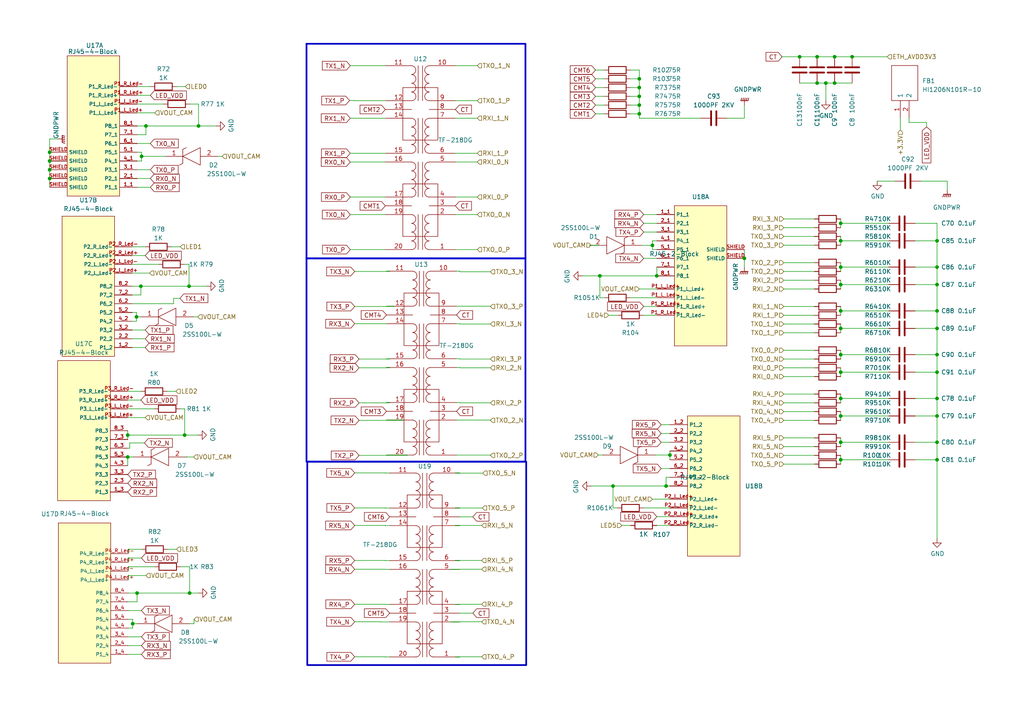
<source format=kicad_sch>
(kicad_sch (version 20231120) (generator "eeschema") (generator_version "8.0")
  (paper "A4")
  (junction (at 243.84 120.65))
  (junction (at 271.78 120.65))
  (junction (at 185.42 33.02))
  (junction (at 185.42 25.4))
  (junction (at 243.84 82.55))
  (junction (at 271.78 102.87))
  (junction (at 37.0498 132.5455))
  (junction (at 271.78 133.35))
  (junction (at 40.8598 83.0155))
  (junction (at 243.84 64.77))
  (junction (at 243.84 77.47))
  (junction (at 57.5777 36.5343))
  (junction (at 271.78 82.55))
  (junction (at 243.84 95.25))
  (junction (at 242.0768 16.4702))
  (junction (at 42.3377 36.5343))
  (junction (at 185.42 30.48))
  (junction (at 194.31 131.9754))
  (junction (at 54.8298 83.0155))
  (junction (at 173.99 80.01))
  (junction (at 242.0768 24.0902))
  (junction (at 243.84 128.27))
  (junction (at 243.84 102.87))
  (junction (at 271.78 107.95))
  (junction (at 39.7562 172.0096))
  (junction (at 190.5 80.01))
  (junction (at 243.84 133.35))
  (junction (at 39.5898 91.9055))
  (junction (at 236.9968 24.0902))
  (junction (at 236.9968 16.4702))
  (junction (at 243.84 107.95))
  (junction (at 247.1568 16.4702))
  (junction (at 14.3977 51.7743))
  (junction (at 177.8 140.97))
  (junction (at 38.4862 180.8996))
  (junction (at 14.3977 49.2343))
  (junction (at 41.0677 45.3524))
  (junction (at 271.78 115.57))
  (junction (at 239.5368 24.0902))
  (junction (at 243.84 90.17))
  (junction (at 271.78 90.17))
  (junction (at 271.78 95.25))
  (junction (at 243.84 115.57))
  (junction (at 14.3977 44.1543))
  (junction (at 53.5598 126.1955))
  (junction (at 271.78 128.27))
  (junction (at 215.9 74.93))
  (junction (at 271.78 77.47))
  (junction (at 14.3977 46.6943))
  (junction (at 189.23 71.1611))
  (junction (at 243.84 69.85))
  (junction (at 54.9962 172.0096))
  (junction (at 271.78 69.85))
  (junction (at 185.42 27.94))
  (junction (at 185.42 22.86))
  (junction (at 193.193 140.97))
  (junction (at 231.9168 16.4702))
  (junction (at 37.0498 126.1955))
  (wire (pts (xy 243.84 90.17) (xy 257.81 90.17)))
  (wire (pts (xy 104.14 106.68) (xy 113.03 106.68)))
  (wire (pts (xy 101.6 62.23) (xy 111.76 62.23)))
  (wire (pts (xy 54.9962 164.3896) (xy 52.4562 164.3896)))
  (wire (pts (xy 236.22 96.52) (xy 227.33 96.52)))
  (wire (pts (xy 38.4862 180.8996) (xy 39.7562 180.8996)))
  (wire (pts (xy 57.5362 172.0096) (xy 54.9962 172.0096)))
  (wire (pts (xy 142.24 132.08) (xy 142.24 131.9931)))
  (wire (pts (xy 182.88 152.4) (xy 180.34 152.4)))
  (wire (pts (xy 236.22 129.54) (xy 227.33 129.54)))
  (wire (pts (xy 243.84 64.77) (xy 243.84 66.04)))
  (wire (pts (xy 236.22 101.6) (xy 227.33 101.6)))
  (wire (pts (xy 186.69 91.44) (xy 190.5 91.44)))
  (wire (pts (xy 40.8598 83.0155) (xy 38.3198 83.0155)))
  (wire (pts (xy 179.07 91.44) (xy 176.53 91.44)))
  (wire (pts (xy 116.84 121.8331) (xy 112.093 121.8331)))
  (wire (pts (xy 113.03 104.14) (xy 113.03 104.0531)))
  (wire (pts (xy 243.84 107.95) (xy 257.81 107.95)))
  (wire (pts (xy 118.11 132.08) (xy 118.11 131.9931)))
  (wire (pts (xy 38.3198 79.2055) (xy 43.3998 79.2055)))
  (wire (pts (xy 243.84 127) (xy 243.84 128.27)))
  (wire (pts (xy 132.08 190.5) (xy 132.08 190.5412)))
  (wire (pts (xy 38.7525 132.55) (xy 38.2445 132.55)))
  (wire (pts (xy 243.84 119.38) (xy 243.84 120.65)))
  (wire (pts (xy 132.08 162.6012) (xy 133.3389 162.6012)))
  (wire (pts (xy 236.22 106.68) (xy 227.33 106.68)))
  (wire (pts (xy 43.6077 54.3143) (xy 39.7977 54.3143)))
  (wire (pts (xy 226.8368 16.4702) (xy 231.9168 16.4702)))
  (wire (pts (xy 101.3778 29.1519) (xy 102.6478 29.1519)))
  (wire (pts (xy 138.43 29.21) (xy 132.08 29.21)))
  (wire (pts (xy 242.0768 24.0902) (xy 247.1568 24.0902)))
  (wire (pts (xy 142.24 106.68) (xy 133.35 106.68)))
  (wire (pts (xy 39.7562 172.0096) (xy 39.7562 174.5496)))
  (wire (pts (xy 236.22 121.92) (xy 227.33 121.92)))
  (wire (pts (xy 138.43 72.39) (xy 132.08 72.39)))
  (wire (pts (xy 41.0677 44.1543) (xy 41.0677 45.3524)))
  (wire (pts (xy 132.413 121.8331) (xy 142.24 121.8331)))
  (wire (pts (xy 243.84 101.6) (xy 243.84 102.87)))
  (wire (pts (xy 185.42 20.32) (xy 182.88 20.32)))
  (wire (pts (xy 215.9 34.29) (xy 215.9 30.48)))
  (wire (pts (xy 243.84 115.57) (xy 243.84 116.84)))
  (wire (pts (xy 271.78 77.47) (xy 271.78 82.55)))
  (wire (pts (xy 57.5777 30.1843) (xy 55.0377 30.1843)))
  (wire (pts (xy 38.3198 76.6655) (xy 45.9398 76.6655)))
  (wire (pts (xy 133.35 78.8269) (xy 133.35 78.6531)))
  (wire (pts (xy 54.9962 180.8996) (xy 56.2662 180.8996)))
  (wire (pts (xy 41.0262 161.8496) (xy 37.2162 161.8496)))
  (wire (pts (xy 104.14 104.14) (xy 113.03 104.14)))
  (wire (pts (xy 194.31 131.9754) (xy 194.31 133.35)))
  (wire (pts (xy 265.43 133.35) (xy 271.78 133.35)))
  (wire (pts (xy 130.81 165.1412) (xy 133.3389 165.1412)))
  (wire (pts (xy 102.87 88.9) (xy 114.3 88.9)))
  (wire (pts (xy 190.5 149.86) (xy 194.31 149.86)))
  (wire (pts (xy 138.43 62.23) (xy 132.08 62.23)))
  (wire (pts (xy 16.7685 40.2947) (xy 14.3977 40.2947)))
  (wire (pts (xy 271.78 102.87) (xy 271.78 107.95)))
  (wire (pts (xy 132.08 137.2012) (xy 133.3389 137.2012)))
  (wire (pts (xy 133.35 116.7531) (xy 132.413 116.7531)))
  (wire (pts (xy 40.8598 116.0355) (xy 37.0498 116.0355)))
  (wire (pts (xy 14.3977 46.6943) (xy 14.3977 49.2343)))
  (wire (pts (xy 37.0498 118.5755) (xy 44.6698 118.5755)))
  (wire (pts (xy 14.3977 44.1543) (xy 14.3977 46.6943)))
  (wire (pts (xy 190.5 77.47) (xy 190.5 80.01)))
  (wire (pts (xy 236.22 134.62) (xy 227.33 134.62)))
  (wire (pts (xy 186.69 64.77) (xy 190.5 64.77)))
  (wire (pts (xy 191.77 128.27) (xy 194.31 128.27)))
  (wire (pts (xy 274.743 55.0829) (xy 274.743 52.5429)))
  (wire (pts (xy 243.84 133.35) (xy 243.84 134.62)))
  (wire (pts (xy 268.7468 35.5202) (xy 263.6668 35.5202)))
  (wire (pts (xy 261.1399 37.7264) (xy 261.1399 36.4112)))
  (wire (pts (xy 243.84 82.55) (xy 243.84 83.82)))
  (wire (pts (xy 236.22 93.98) (xy 227.33 93.98)))
  (wire (pts (xy 236.22 104.14) (xy 227.33 104.14)))
  (wire (pts (xy 139.8948 147.344) (xy 132.08 147.344)))
  (wire (pts (xy 243.84 102.87) (xy 257.81 102.87)))
  (wire (pts (xy 38.2445 132.55) (xy 38.2445 132.5455)))
  (wire (pts (xy 111.76 137.2012) (xy 113.0189 137.2012)))
  (wire (pts (xy 133.35 93.8931) (xy 132.413 93.8931)))
  (wire (pts (xy 37.0498 126.1955) (xy 53.5598 126.1955)))
  (wire (pts (xy 138.43 46.99) (xy 132.08 46.99)))
  (wire (pts (xy 271.78 69.85) (xy 271.78 77.47)))
  (wire (pts (xy 236.22 76.2) (xy 227.33 76.2)))
  (wire (pts (xy 42.1298 100.7955) (xy 38.3198 100.7955)))
  (wire (pts (xy 242.0768 16.4702) (xy 247.1568 16.4702)))
  (wire (pts (xy 236.22 71.12) (xy 227.33 71.12)))
  (wire (pts (xy 110.49 180.34) (xy 110.49 180.3812)))
  (wire (pts (xy 39.5898 91.9055) (xy 39.5898 93.1755)))
  (wire (pts (xy 172.72 20.32) (xy 175.26 20.32)))
  (wire (pts (xy 54.9962 164.3896) (xy 54.9962 172.0096)))
  (wire (pts (xy 142.24 121.8331) (xy 142.24 121.92)))
  (wire (pts (xy 54.2465 132.5455) (xy 56.1634 132.5455)))
  (wire (pts (xy 111.76 175.26) (xy 111.76 175.3012)))
  (wire (pts (xy 37.6211 130.0055) (xy 37.0498 130.0055)))
  (wire (pts (xy 102.87 137.16) (xy 111.76 137.16)))
  (wire (pts (xy 41.0262 159.3096) (xy 37.2162 159.3096)))
  (wire (pts (xy 139.7 190.5) (xy 132.08 190.5)))
  (wire (pts (xy 102.87 78.74) (xy 113.03 78.74)))
  (wire (pts (xy 42.1298 74.1255) (xy 38.3198 74.1255)))
  (wire (pts (xy 236.22 127) (xy 227.33 127)))
  (wire (pts (xy 172.72 33.02) (xy 175.26 33.02)))
  (wire (pts (xy 186.69 88.9) (xy 190.5 88.9)))
  (wire (pts (xy 41.0677 45.3524) (xy 47.9339 45.3524)))
  (wire (pts (xy 57.3698 126.1955) (xy 53.5598 126.1955)))
  (wire (pts (xy 137.1489 177.8412) (xy 133.3389 177.8412)))
  (wire (pts (xy 236.22 132.08) (xy 227.33 132.08)))
  (wire (pts (xy 231.9168 16.4702) (xy 236.9968 16.4702)))
  (wire (pts (xy 102.6478 29.21) (xy 111.76 29.21)))
  (wire (pts (xy 271.78 133.35) (xy 271.78 128.27)))
  (wire (pts (xy 172.72 30.48) (xy 175.26 30.48)))
  (wire (pts (xy 189.23 69.85) (xy 190.5 69.85)))
  (wire (pts (xy 39.7562 174.5496) (xy 37.2162 174.5496)))
  (wire (pts (xy 271.78 120.65) (xy 271.78 115.57)))
  (wire (pts (xy 43.6077 49.2343) (xy 39.7977 49.2343)))
  (wire (pts (xy 111.76 190.5412) (xy 113.0189 190.5412)))
  (wire (pts (xy 271.78 102.87) (xy 265.43 102.87)))
  (wire (pts (xy 133.35 116.84) (xy 133.35 116.7531)))
  (wire (pts (xy 63.1739 45.3524) (xy 64.4439 45.3524)))
  (wire (pts (xy 239.5368 24.0902) (xy 242.0768 24.0902)))
  (wire (pts (xy 271.78 120.65) (xy 265.43 120.65)))
  (wire (pts (xy 174.8078 131.9754) (xy 173.5378 131.9754)))
  (wire (pts (xy 140.0315 137.225) (xy 132.08 137.225)))
  (wire (pts (xy 243.84 63.5) (xy 243.84 64.77)))
  (wire (pts (xy 113.03 116.7531) (xy 112.093 116.7531)))
  (wire (pts (xy 42.1298 98.2555) (xy 38.3198 98.2555)))
  (wire (pts (xy 173.99 86.36) (xy 175.26 86.36)))
  (wire (pts (xy 243.84 69.85) (xy 257.81 69.85)))
  (wire (pts (xy 102.87 165.1) (xy 111.76 165.1)))
  (wire (pts (xy 133.35 104.14) (xy 133.35 104.0531)))
  (wire (pts (xy 193.193 138.43) (xy 193.193 140.97)))
  (wire (pts (xy 185.42 34.29) (xy 185.42 33.02)))
  (wire (pts (xy 37.2162 161.8496) (xy 37.2162 163.1196)))
  (wire (pts (xy 42.1298 95.7155) (xy 38.3198 95.7155)))
  (wire (pts (xy 114.3 88.9) (xy 114.3 88.8131)))
  (wire (pts (xy 54.8298 76.6655) (xy 53.5598 76.6655)))
  (wire (pts (xy 111.76 190.5) (xy 111.76 190.5412)))
  (wire (pts (xy 56.2662 180.8996) (xy 56.2662 179.6296)))
  (wire (pts (xy 42.1298 71.5855) (xy 38.3198 71.5855)))
  (wire (pts (xy 39.5898 93.1755) (xy 38.3198 93.1755)))
  (wire (pts (xy 54.2465 132.55) (xy 54.2465 132.5455)))
  (wire (pts (xy 52.1843 86.523) (xy 50.3543 86.523)))
  (wire (pts (xy 43.6077 25.1043) (xy 39.7977 25.1043)))
  (wire (pts (xy 243.84 77.47) (xy 257.81 77.47)))
  (wire (pts (xy 40.8598 83.0155) (xy 40.8598 85.5555)))
  (wire (pts (xy 194.31 147.32) (xy 186.69 147.32)))
  (wire (pts (xy 271.78 64.77) (xy 265.43 64.77)))
  (wire (pts (xy 40.8598 85.5555) (xy 38.3198 85.5555)))
  (wire (pts (xy 110.49 180.3812) (xy 113.0189 180.3812)))
  (wire (pts (xy 271.78 107.95) (xy 265.43 107.95)))
  (wire (pts (xy 50.3543 88.0955) (xy 38.3198 88.0955)))
  (wire (pts (xy 243.84 81.28) (xy 243.84 82.55)))
  (wire (pts (xy 194.31 138.43) (xy 193.193 138.43)))
  (wire (pts (xy 133.35 106.68) (xy 133.35 106.5931)))
  (wire (pts (xy 53.5598 118.5755) (xy 52.2898 118.5755)))
  (wire (pts (xy 49.7498 71.5855) (xy 52.2898 71.5855)))
  (wire (pts (xy 42.3377 36.5343) (xy 39.7977 36.5343)))
  (wire (pts (xy 138.43 44.45) (xy 132.08 44.45)))
  (wire (pts (xy 243.84 64.77) (xy 257.81 64.77)))
  (wire (pts (xy 185.42 22.86) (xy 182.88 22.86)))
  (wire (pts (xy 111.76 175.3012) (xy 113.0189 175.3012)))
  (wire (pts (xy 271.78 82.55) (xy 265.43 82.55)))
  (wire (pts (xy 132.08 147.344) (xy 132.08 147.3612)))
  (wire (pts (xy 236.22 116.84) (xy 227.33 116.84)))
  (wire (pts (xy 113.03 78.74) (xy 113.03 78.6531)))
  (wire (pts (xy 111.76 137.16) (xy 111.76 137.2012)))
  (wire (pts (xy 104.14 116.84) (xy 113.03 116.84)))
  (wire (pts (xy 38.4862 180.8996) (xy 38.4862 182.1696)))
  (wire (pts (xy 111.76 152.4412) (xy 113.0189 152.4412)))
  (wire (pts (xy 236.22 78.74) (xy 227.33 78.74)))
  (wire (pts (xy 101.6 44.45) (xy 111.76 44.45)))
  (wire (pts (xy 41.0677 46.6943) (xy 39.7977 46.6943)))
  (wire (pts (xy 271.78 95.25) (xy 271.78 102.87)))
  (wire (pts (xy 42.3377 39.0743) (xy 39.7977 39.0743)))
  (wire (pts (xy 271.78 90.17) (xy 265.43 90.17)))
  (wire (pts (xy 137.1489 149.9012) (xy 133.3389 149.9012)))
  (wire (pts (xy 194.31 130.81) (xy 194.31 131.9754)))
  (wire (pts (xy 194.31 144.78) (xy 189.23 144.78)))
  (wire (pts (xy 132.08 175.26) (xy 132.08 175.3012)))
  (wire (pts (xy 243.84 128.27) (xy 243.84 129.54)))
  (wire (pts (xy 168.91 80.01) (xy 173.99 80.01)))
  (wire (pts (xy 53.9925 132.55) (xy 54.2465 132.55)))
  (wire (pts (xy 41.888 128.4713) (xy 37.6211 128.4713)))
  (wire (pts (xy 243.84 120.65) (xy 257.81 120.65)))
  (wire (pts (xy 191.77 125.73) (xy 194.31 125.73)))
  (wire (pts (xy 271.78 156.21) (xy 271.78 133.35)))
  (wire (pts (xy 130.81 180.3812) (xy 133.3389 180.3812)))
  (wire (pts (xy 37.0498 124.9255) (xy 37.0498 126.1955)))
  (wire (pts (xy 185.42 27.94) (xy 182.88 27.94)))
  (wire (pts (xy 113.03 106.5931) (xy 112.093 106.5931)))
  (wire (pts (xy 142.24 78.8269) (xy 133.35 78.8269)))
  (wire (pts (xy 113.03 106.68) (xy 113.03 106.5931)))
  (wire (pts (xy 139.7 180.34) (xy 130.81 180.34)))
  (wire (pts (xy 271.78 95.25) (xy 265.43 95.25)))
  (wire (pts (xy 14.3977 51.7743) (xy 14.3977 54.3143)))
  (wire (pts (xy 39.7977 30.1843) (xy 47.4177 30.1843)))
  (wire (pts (xy 236.22 119.38) (xy 227.33 119.38)))
  (wire (pts (xy 190.5 80.01) (xy 173.99 80.01)))
  (wire (pts (xy 104.14 132.08) (xy 118.11 132.08)))
  (wire (pts (xy 139.7 175.26) (xy 132.08 175.26)))
  (wire (pts (xy 185.42 25.4) (xy 185.42 27.94)))
  (wire (pts (xy 257.3168 16.4702) (xy 247.1568 16.4702)))
  (wire (pts (xy 37.2162 179.6296) (xy 38.4862 179.6296)))
  (wire (pts (xy 236.9968 16.4702) (xy 242.0768 16.4702)))
  (wire (pts (xy 271.78 69.85) (xy 265.43 69.85)))
  (wire (pts (xy 37.2162 166.9296) (xy 37.2162 168.1996)))
  (wire (pts (xy 37.0498 132.5455) (xy 37.0498 135.0855)))
  (wire (pts (xy 172.72 27.94) (xy 175.26 27.94)))
  (wire (pts (xy 243.84 132.08) (xy 243.84 133.35)))
  (wire (pts (xy 271.78 77.47) (xy 265.43 77.47)))
  (wire (pts (xy 190.5 86.36) (xy 182.88 86.36)))
  (wire (pts (xy 191.77 135.89) (xy 194.31 135.89)))
  (wire (pts (xy 111.76 165.1412) (xy 113.0189 165.1412)))
  (wire (pts (xy 102.87 190.5) (xy 111.76 190.5)))
  (wire (pts (xy 243.84 77.47) (xy 243.84 78.74)))
  (wire (pts (xy 37.6211 128.4713) (xy 37.6211 130.0055)))
  (wire (pts (xy 243.84 120.65) (xy 243.84 121.92)))
  (wire (pts (xy 186.69 67.31) (xy 190.5 67.31)))
  (wire (pts (xy 50.3543 86.523) (xy 50.3543 88.0955)))
  (wire (pts (xy 111.76 147.32) (xy 111.76 147.3612)))
  (wire (pts (xy 101.6 19.05) (xy 111.76 19.05)))
  (wire (pts (xy 48.6462 159.3096) (xy 51.1862 159.3096)))
  (wire (pts (xy 185.42 20.32) (xy 185.42 22.86)))
  (wire (pts (xy 37.2162 164.3896) (xy 44.8362 164.3896)))
  (wire (pts (xy 185.42 33.02) (xy 182.88 33.02)))
  (wire (pts (xy 193.193 140.97) (xy 177.8 140.97)))
  (wire (pts (xy 177.8 147.32) (xy 177.8 140.97)))
  (wire (pts (xy 132.413 131.9931) (xy 142.24 131.9931)))
  (wire (pts (xy 194.31 140.97) (xy 193.193 140.97)))
  (wire (pts (xy 243.84 95.25) (xy 243.84 96.52)))
  (wire (pts (xy 101.6 46.99) (xy 111.76 46.99)))
  (wire (pts (xy 185.42 30.48) (xy 185.42 27.94)))
  (wire (pts (xy 261.1399 36.4112) (xy 261.1268 36.4112)))
  (wire (pts (xy 111.76 162.6012) (xy 113.0189 162.6012)))
  (wire (pts (xy 133.35 106.5931) (xy 132.413 106.5931)))
  (wire (pts (xy 189.23 72.39) (xy 189.23 71.1611)))
  (wire (pts (xy 39.7562 172.0096) (xy 37.2162 172.0096)))
  (wire (pts (xy 57.5777 30.1843) (xy 57.5777 36.5343)))
  (wire (pts (xy 263.6668 35.5202) (xy 263.6668 34.2502)))
  (wire (pts (xy 186.69 62.23) (xy 190.5 62.23)))
  (wire (pts (xy 43.6077 41.6143) (xy 39.7977 41.6143)))
  (wire (pts (xy 243.84 106.68) (xy 243.84 107.95)))
  (wire (pts (xy 37.2162 164.3896) (xy 37.2162 165.6596)))
  (wire (pts (xy 102.6478 29.1519) (xy 102.6478 29.21)))
  (wire (pts (xy 132.08 190.5412) (xy 133.3389 190.5412)))
  (wire (pts (xy 39.5898 91.9055) (xy 40.8598 91.9055)))
  (wire (pts (xy 116.84 121.92) (xy 116.84 121.8331)))
  (wire (pts (xy 101.6 34.29) (xy 111.76 34.29)))
  (wire (pts (xy 236.22 68.58) (xy 227.33 68.58)))
  (wire (pts (xy 37.2162 166.9296) (xy 42.2962 166.9296)))
  (wire (pts (xy 261.1268 36.4112) (xy 261.1268 34.2502)))
  (wire (pts (xy 271.78 64.77) (xy 271.78 69.85)))
  (wire (pts (xy 132.08 175.3012) (xy 133.3389 175.3012)))
  (wire (pts (xy 236.22 88.9) (xy 227.33 88.9)))
  (wire (pts (xy 236.22 114.3) (xy 227.33 114.3)))
  (wire (pts (xy 171.45 140.97) (xy 177.8 140.97)))
  (wire (pts (xy 102.87 180.34) (xy 110.49 180.34)))
  (wire (pts (xy 271.78 115.57) (xy 265.43 115.57)))
  (wire (pts (xy 173.99 86.36) (xy 173.99 80.01)))
  (wire (pts (xy 236.22 63.5) (xy 227.33 63.5)))
  (wire (pts (xy 48.4798 113.4955) (xy 51.0198 113.4955)))
  (wire (pts (xy 189.23 69.85) (xy 189.23 71.1611)))
  (wire (pts (xy 56.0998 91.9055) (xy 57.3698 91.9055)))
  (wire (pts (xy 113.03 78.6531) (xy 112.093 78.6531)))
  (wire (pts (xy 38.4862 179.6296) (xy 38.4862 180.8996)))
  (wire (pts (xy 57.5777 36.5343) (xy 42.3377 36.5343)))
  (wire (pts (xy 243.84 102.87) (xy 243.84 104.14)))
  (wire (pts (xy 132.08 162.56) (xy 132.08 162.6012)))
  (wire (pts (xy 236.22 66.04) (xy 227.33 66.04)))
  (wire (pts (xy 37.0498 132.5455) (xy 38.2445 132.5455)))
  (wire (pts (xy 102.87 147.32) (xy 111.76 147.32)))
  (wire (pts (xy 54.8298 83.0155) (xy 59.9098 83.0155)))
  (wire (pts (xy 170.9011 71.1611) (xy 173.736 71.1611)))
  (wire (pts (xy 133.35 93.98) (xy 133.35 93.8931)))
  (wire (pts (xy 102.87 152.4) (xy 111.76 152.4)))
  (wire (pts (xy 236.22 109.22) (xy 227.33 109.22)))
  (wire (pts (xy 172.72 22.86) (xy 175.26 22.86)))
  (wire (pts (xy 186.69 74.93) (xy 190.5 74.93)))
  (wire (pts (xy 271.78 90.17) (xy 271.78 95.25)))
  (wire (pts (xy 118.11 131.9931) (xy 112.093 131.9931)))
  (wire (pts (xy 138.43 19.05) (xy 132.08 19.05)))
  (wire (pts (xy 102.8776 93.8931) (xy 112.093 93.8931)))
  (wire (pts (xy 37.2162 159.3096) (xy 37.2162 160.5796)))
  (wire (pts (xy 113.03 104.0531) (xy 112.093 104.0531)))
  (wire (pts (xy 41.0677 45.3524) (xy 41.0677 46.6943)))
  (wire (pts (xy 236.22 81.28) (xy 227.33 81.28)))
  (wire (pts (xy 102.87 162.56) (xy 111.76 162.56)))
  (wire (pts (xy 111.76 152.4) (xy 111.76 152.4412)))
  (wire (pts (xy 132.08 152.4412) (xy 133.3389 152.4412)))
  (wire (pts (xy 130.81 165.1) (xy 130.81 165.1412)))
  (wire (pts (xy 271.78 115.57) (xy 271.78 107.95)))
  (wire (pts (xy 185.42 25.4) (xy 182.88 25.4)))
  (wire (pts (xy 236.9968 24.0902) (xy 231.9168 24.0902)))
  (wire (pts (xy 173.736 71.12) (xy 171.45 71.12)))
  (wire (pts (xy 43.6077 27.6443) (xy 39.7977 27.6443)))
  (wire (pts (xy 40.8598 83.0155) (xy 54.8298 83.0155)))
  (wire (pts (xy 38.3198 90.6355) (xy 39.5898 90.6355)))
  (wire (pts (xy 185.42 34.29) (xy 203.2 34.29)))
  (wire (pts (xy 190.5 83.82) (xy 185.42 83.82)))
  (wire (pts (xy 142.24 88.8131) (xy 132.413 88.8131)))
  (wire (pts (xy 51.2277 25.1043) (xy 53.7677 25.1043)))
  (wire (pts (xy 111.76 147.3612) (xy 113.0189 147.3612)))
  (wire (pts (xy 111.76 165.1) (xy 111.76 165.1412)))
  (wire (pts (xy 101.6 72.39) (xy 111.76 72.39)))
  (wire (pts (xy 215.9 72.39) (xy 215.9 74.93)))
  (wire (pts (xy 215.9 74.93) (xy 215.9 77.47)))
  (wire (pts (xy 190.5 152.4) (xy 194.31 152.4)))
  (wire (pts (xy 185.42 22.86) (xy 185.42 25.4)))
  (wire (pts (xy 243.84 115.57) (xy 257.81 115.57)))
  (wire (pts (xy 236.22 83.82) (xy 227.33 83.82)))
  (wire (pts (xy 102.87 175.26) (xy 111.76 175.26)))
  (wire (pts (xy 111.76 162.56) (xy 111.76 162.6012)))
  (wire (pts (xy 142.24 88.9) (xy 142.24 88.8131)))
  (wire (pts (xy 243.84 128.27) (xy 257.81 128.27)))
  (wire (pts (xy 243.84 114.3) (xy 243.84 115.57)))
  (wire (pts (xy 133.35 78.6531) (xy 132.413 78.6531)))
  (wire (pts (xy 138.43 34.29) (xy 132.08 34.29)))
  (wire (pts (xy 142.24 116.84) (xy 133.35 116.84)))
  (wire (pts (xy 39.7977 44.1543) (xy 41.0677 44.1543)))
  (wire (pts (xy 243.84 90.17) (xy 243.84 91.44)))
  (wire (pts (xy 243.84 88.9) (xy 243.84 90.17)))
  (wire (pts (xy 243.84 133.35) (xy 257.81 133.35)))
  (wire (pts (xy 243.84 68.58) (xy 243.84 69.85)))
  (wire (pts (xy 37.0498 121.1155) (xy 42.1298 121.1155)))
  (wire (pts (xy 139.7 165.1) (xy 130.81 165.1)))
  (wire (pts (xy 243.84 69.85) (xy 243.84 71.12)))
  (wire (pts (xy 186.1411 71.1611) (xy 189.23 71.1611)))
  (wire (pts (xy 113.03 116.84) (xy 113.03 116.7531)))
  (wire (pts (xy 14.3977 40.2947) (xy 14.3977 44.1543)))
  (wire (pts (xy 41.0262 177.0896) (xy 37.2162 177.0896)))
  (wire (pts (xy 39.7562 172.0096) (xy 54.9962 172.0096)))
  (wire (pts (xy 243.84 93.98) (xy 243.84 95.25)))
  (wire (pts (xy 132.08 137.225) (xy 132.08 137.2012)))
  (wire (pts (xy 101.6 57.15) (xy 111.76 57.15)))
  (wire (pts (xy 215.9 34.29) (xy 210.82 34.29)))
  (wire (pts (xy 173.736 71.1611) (xy 173.736 71.12)))
  (wire (pts (xy 243.84 82.55) (xy 257.81 82.55)))
  (wire (pts (xy 243.84 95.25) (xy 257.81 95.25)))
  (wire (pts (xy 243.84 76.2) (xy 243.84 77.47)))
  (wire (pts (xy 38.4862 182.1696) (xy 37.2162 182.1696)))
  (wire (pts (xy 236.9968 24.0902) (xy 239.5368 24.0902)))
  (wire (pts (xy 265.43 128.27) (xy 271.78 128.27)))
  (wire (pts (xy 132.08 152.4) (xy 132.08 152.4412)))
  (wire (pts (xy 41.0262 189.7896) (xy 37.2162 189.7896)))
  (wire (pts (xy 236.22 91.44) (xy 227.33 91.44)))
  (wire (pts (xy 133.35 104.0531) (xy 132.413 104.0531)))
  (wire (pts (xy 139.7 162.56) (xy 132.08 162.56)))
  (wire (pts (xy 142.24 93.98) (xy 133.35 93.98)))
  (wire (pts (xy 39.5898 90.6355) (xy 39.5898 91.9055)))
  (wire (pts (xy 142.24 104.14) (xy 133.35 104.14)))
  (wire (pts (xy 37.0498 126.1955) (xy 37.0498 127.4655)))
  (wire (pts (xy 40.8598 113.4955) (xy 37.0498 113.4955)))
  (wire (pts (xy 14.3977 49.2343) (xy 14.3977 51.7743)))
  (wire (pts (xy 177.8 147.32) (xy 179.07 147.32)))
  (wire (pts (xy 132.08 57.15) (xy 138.43 57.15)))
  (wire (pts (xy 185.42 30.48) (xy 182.88 30.48)))
  (wire (pts (xy 190.5 72.39) (xy 189.23 72.39)))
  (wire (pts (xy 243.84 107.95) (xy 243.84 109.22)))
  (wire (pts (xy 139.7 152.4) (xy 132.08 152.4)))
  (wire (pts (xy 172.72 25.4) (xy 175.26 25.4)))
  (wire (pts (xy 268.7468 36.7902) (xy 268.7468 35.5202)))
  (wire (pts (xy 41.0262 184.7096) (xy 37.2162 184.7096)))
  (wire (pts (xy 104.14 121.92) (xy 116.84 121.92)))
  (wire (pts (xy 42.3377 36.5343) (xy 42.3377 39.0743)))
  (wire (pts (xy 54.8298 76.6655) (xy 54.8298 83.0155)))
  (wire (pts (xy 274.743 52.5429) (xy 267.123 52.5429)))
  (wire (pts (xy 190.0478 131.9754) (xy 194.31 131.9754)))
  (wire (pts (xy 132.08 147.3612) (xy 133.3389 147.3612)))
  (wire (pts (xy 271.78 128.27) (xy 271.78 120.65)))
  (wire (pts (xy 41.0262 187.2496) (xy 37.2162 187.2496)))
  (wire (pts (xy 114.3 88.8131) (xy 112.093 88.8131)))
  (wire (pts (xy 254.423 52.5429) (xy 259.503 52.5429)))
  (wire (pts (xy 43.6077 51.7743) (xy 39.7977 51.7743)))
  (wire (pts (xy 239.5368 29.1702) (xy 239.5368 24.0902)))
  (wire (pts (xy 271.78 82.55) (xy 271.78 90.17)))
  (wire (pts (xy 130.81 180.34) (xy 130.81 180.3812)))
  (wire (pts (xy 191.77 123.19) (xy 194.31 123.19)))
  (wire (pts (xy 39.7977 32.7243) (xy 44.8777 32.7243)))
  (wire (pts (xy 62.6577 36.5343) (xy 57.5777 36.5343)))
  (wire (pts (xy 185.42 30.48) (xy 185.42 33.02)))
  (wire (pts (xy 53.5598 118.5755) (xy 53.5598 126.1955)))
  (rectangle (start 88.9 74.93) (end 152.4 133.9036) (stroke (width 0.5)))
  (rectangle (start 88.9 12.7) (end 152.4 74.93) (stroke (width 0.5)))
  (rectangle (start 89.1224 133.9243) (end 152.6224 192.8979) (stroke (width 0.5)))
  (global_label "RX2_P" (shape input) (at 37.0498 142.7055 0) (property "Intersheetrefs" "${INTERSHEET_REFS}" (effects (hide yes))))
  (global_label "LED_VDD" (shape input) (at 190.5 149.86 180) (property "Intersheetrefs" "${INTERSHEET_REFS}" (effects (hide yes))))
  (global_label "TX2_N" (shape input) (at 104.14 121.92 180) (property "Intersheetrefs" "${INTERSHEET_REFS}" (effects (hide yes))))
  (global_label "RX5_N" (shape input) (at 191.77 125.73 180) (property "Intersheetrefs" "${INTERSHEET_REFS}" (effects (hide yes))))
  (global_label "LED_VDD" (shape input) (at 43.6077 27.6443 0) (property "Intersheetrefs" "${INTERSHEET_REFS}" (effects (hide yes))))
  (global_label "RX4_N" (shape input) (at 186.69 64.77 180) (property "Intersheetrefs" "${INTERSHEET_REFS}" (effects (hide yes))))
  (global_label "TX3_N" (shape input) (at 41.0262 177.0896 0) (property "Intersheetrefs" "${INTERSHEET_REFS}" (effects (hide yes))))
  (global_label "CMT5" (shape input) (at 113.0189 177.8412 180) (property "Intersheetrefs" "${INTERSHEET_REFS}" (effects (hide yes))))
  (global_label "CT" (shape input) (at 137.1489 177.8412 0) (property "Intersheetrefs" "${INTERSHEET_REFS}" (effects (hide yes))))
  (global_label "RX5_N" (shape input) (at 102.87 152.4 180) (property "Intersheetrefs" "${INTERSHEET_REFS}" (effects (hide yes))))
  (global_label "TX0_N" (shape input) (at 43.6077 41.6143 0) (property "Intersheetrefs" "${INTERSHEET_REFS}" (effects (hide yes))))
  (global_label "CMT5" (shape input) (at 172.72 22.86 180) (property "Intersheetrefs" "${INTERSHEET_REFS}" (effects (hide yes))))
  (global_label "TX5_N" (shape input) (at 191.77 135.89 180) (property "Intersheetrefs" "${INTERSHEET_REFS}" (effects (hide yes))))
  (global_label "CT" (shape input) (at 132.08 59.69 0) (property "Intersheetrefs" "${INTERSHEET_REFS}" (effects (hide yes))))
  (global_label "RX0_N" (shape input) (at 101.6 46.99 180) (property "Intersheetrefs" "${INTERSHEET_REFS}" (effects (hide yes))))
  (global_label "TX1_N" (shape input) (at 52.1843 86.523 0) (property "Intersheetrefs" "${INTERSHEET_REFS}" (effects (hide yes))))
  (global_label "CMT3" (shape input) (at 112.093 119.2931 180) (property "Intersheetrefs" "${INTERSHEET_REFS}" (effects (hide yes))))
  (global_label "LED_VDD" (shape input) (at 42.1298 74.1255 0) (property "Intersheetrefs" "${INTERSHEET_REFS}" (effects (hide yes))))
  (global_label "TX1_P" (shape input) (at 42.1298 95.7155 0) (property "Intersheetrefs" "${INTERSHEET_REFS}" (effects (hide yes))))
  (global_label "LED_VDD" (shape input) (at 268.7468 36.7902 270) (property "Intersheetrefs" "${INTERSHEET_REFS}" (effects (hide yes))))
  (global_label "RX2_N" (shape input) (at 104.14 106.68 180) (property "Intersheetrefs" "${INTERSHEET_REFS}" (effects (hide yes))))
  (global_label "TX5_P" (shape input) (at 191.77 128.27 180) (property "Intersheetrefs" "${INTERSHEET_REFS}" (effects (hide yes))))
  (global_label "TX5_N" (shape input) (at 102.87 137.16 180) (property "Intersheetrefs" "${INTERSHEET_REFS}" (effects (hide yes))))
  (global_label "CT" (shape input) (at 137.1489 149.9012 0) (property "Intersheetrefs" "${INTERSHEET_REFS}" (effects (hide yes))))
  (global_label "RX4_P" (shape input) (at 102.87 175.26 180) (property "Intersheetrefs" "${INTERSHEET_REFS}" (effects (hide yes))))
  (global_label "RX2_N" (shape input) (at 37.0498 140.1655 0) (property "Intersheetrefs" "${INTERSHEET_REFS}" (effects (hide yes))))
  (global_label "TX0_P" (shape input) (at 101.6 72.39 180) (property "Intersheetrefs" "${INTERSHEET_REFS}" (effects (hide yes))))
  (global_label "LED_VDD" (shape input) (at 186.69 88.9 180) (property "Intersheetrefs" "${INTERSHEET_REFS}" (effects (hide yes))))
  (global_label "TX5_P" (shape input) (at 102.87 147.32 180) (property "Intersheetrefs" "${INTERSHEET_REFS}" (effects (hide yes))))
  (global_label "RX3_N" (shape input) (at 102.8776 93.8931 180) (property "Intersheetrefs" "${INTERSHEET_REFS}" (effects (hide yes))))
  (global_label "LED_VDD" (shape input) (at 41.0262 161.8496 0) (property "Intersheetrefs" "${INTERSHEET_REFS}" (effects (hide yes))))
  (global_label "CT" (shape input) (at 132.413 91.3531 0) (property "Intersheetrefs" "${INTERSHEET_REFS}" (effects (hide yes))))
  (global_label "TX4_N" (shape input) (at 102.87 180.34 180) (property "Intersheetrefs" "${INTERSHEET_REFS}" (effects (hide yes))))
  (global_label "TX4_P" (shape input) (at 186.69 67.31 180) (property "Intersheetrefs" "${INTERSHEET_REFS}" (effects (hide yes))))
  (global_label "RX2_P" (shape input) (at 104.14 116.84 180) (property "Intersheetrefs" "${INTERSHEET_REFS}" (effects (hide yes))))
  (global_label "TX2_P" (shape input) (at 104.14 132.08 180) (property "Intersheetrefs" "${INTERSHEET_REFS}" (effects (hide yes))))
  (global_label "TX1_P" (shape input) (at 101.3778 29.1519 180) (property "Intersheetrefs" "${INTERSHEET_REFS}" (effects (hide yes))))
  (global_label "RX0_N" (shape input) (at 43.6077 51.7743 0) (property "Intersheetrefs" "${INTERSHEET_REFS}" (effects (hide yes))))
  (global_label "TX2_P" (shape input) (at 37.0498 137.6255 0) (property "Intersheetrefs" "${INTERSHEET_REFS}" (effects (hide yes))))
  (global_label "RX4_P" (shape input) (at 186.69 62.23 180) (property "Intersheetrefs" "${INTERSHEET_REFS}" (effects (hide yes))))
  (global_label "RX3_P" (shape input) (at 41.0262 189.7896 0) (property "Intersheetrefs" "${INTERSHEET_REFS}" (effects (hide yes))))
  (global_label "CT" (shape input) (at 132.08 31.75 0) (property "Intersheetrefs" "${INTERSHEET_REFS}" (effects (hide yes))))
  (global_label "CT" (shape input) (at 132.413 119.2931 0) (property "Intersheetrefs" "${INTERSHEET_REFS}" (effects (hide yes))))
  (global_label "RX1_N" (shape input) (at 42.1298 98.2555 0) (property "Intersheetrefs" "${INTERSHEET_REFS}" (effects (hide yes))))
  (global_label "TX3_N" (shape input) (at 102.87 78.74 180) (property "Intersheetrefs" "${INTERSHEET_REFS}" (effects (hide yes))))
  (global_label "TX3_P" (shape input) (at 102.87 88.9 180) (property "Intersheetrefs" "${INTERSHEET_REFS}" (effects (hide yes))))
  (global_label "TX1_N" (shape input) (at 101.6 19.05 180) (property "Intersheetrefs" "${INTERSHEET_REFS}" (effects (hide yes))))
  (global_label "TX0_N" (shape input) (at 101.6 62.23 180) (property "Intersheetrefs" "${INTERSHEET_REFS}" (effects (hide yes))))
  (global_label "CMT4" (shape input) (at 112.093 91.3531 180) (property "Intersheetrefs" "${INTERSHEET_REFS}" (effects (hide yes))))
  (global_label "TX0_P" (shape input) (at 43.6077 49.2343 0) (property "Intersheetrefs" "${INTERSHEET_REFS}" (effects (hide yes))))
  (global_label "CMT6" (shape input) (at 113.0189 149.9012 180) (property "Intersheetrefs" "${INTERSHEET_REFS}" (effects (hide yes))))
  (global_label "LED_VDD" (shape input) (at 40.8598 116.0355 0) (property "Intersheetrefs" "${INTERSHEET_REFS}" (effects (hide yes))))
  (global_label "RX5_P" (shape input) (at 102.87 162.56 180) (property "Intersheetrefs" "${INTERSHEET_REFS}" (effects (hide yes))))
  (global_label "TX2_N" (shape input) (at 41.888 128.4713 0) (property "Intersheetrefs" "${INTERSHEET_REFS}" (effects (hide yes))))
  (global_label "RX3_N" (shape input) (at 41.0262 187.2496 0) (property "Intersheetrefs" "${INTERSHEET_REFS}" (effects (hide yes))))
  (global_label "RX3_P" (shape input) (at 104.14 104.14 180) (property "Intersheetrefs" "${INTERSHEET_REFS}" (effects (hide yes))))
  (global_label "RX0_P" (shape input) (at 101.6 57.15 180) (property "Intersheetrefs" "${INTERSHEET_REFS}" (effects (hide yes))))
  (global_label "CT" (shape input) (at 226.8368 16.4702 180) (property "Intersheetrefs" "${INTERSHEET_REFS}" (effects (hide yes))))
  (global_label "CMT2" (shape input) (at 111.76 31.75 180) (property "Intersheetrefs" "${INTERSHEET_REFS}" (effects (hide yes))))
  (global_label "CMT1" (shape input) (at 172.72 33.02 180) (property "Intersheetrefs" "${INTERSHEET_REFS}" (effects (hide yes))))
  (global_label "RX4_N" (shape input) (at 102.87 165.1 180) (property "Intersheetrefs" "${INTERSHEET_REFS}" (effects (hide yes))))
  (global_label "TX4_P" (shape input) (at 102.87 190.5 180) (property "Intersheetrefs" "${INTERSHEET_REFS}" (effects (hide yes))))
  (global_label "CMT1" (shape input) (at 111.76 59.69 180) (property "Intersheetrefs" "${INTERSHEET_REFS}" (effects (hide yes))))
  (global_label "TX4_N" (shape input) (at 186.69 74.93 180) (property "Intersheetrefs" "${INTERSHEET_REFS}" (effects (hide yes))))
  (global_label "CMT3" (shape input) (at 172.72 27.94 180) (property "Intersheetrefs" "${INTERSHEET_REFS}" (effects (hide yes))))
  (global_label "RX1_P" (shape input) (at 42.1298 100.7955 0) (property "Intersheetrefs" "${INTERSHEET_REFS}" (effects (hide yes))))
  (global_label "CMT2" (shape input) (at 172.72 30.48 180) (property "Intersheetrefs" "${INTERSHEET_REFS}" (effects (hide yes))))
  (global_label "RX0_P" (shape input) (at 43.6077 54.3143 0) (property "Intersheetrefs" "${INTERSHEET_REFS}" (effects (hide yes))))
  (global_label "TX3_P" (shape input) (at 41.0262 184.7096 0) (property "Intersheetrefs" "${INTERSHEET_REFS}" (effects (hide yes))))
  (global_label "RX5_P" (shape input) (at 191.77 123.19 180) (property "Intersheetrefs" "${INTERSHEET_REFS}" (effects (hide yes))))
  (global_label "CMT6" (shape input) (at 172.72 20.32 180) (property "Intersheetrefs" "${INTERSHEET_REFS}" (effects (hide yes))))
  (global_label "RX1_P" (shape input) (at 101.6 44.45 180) (property "Intersheetrefs" "${INTERSHEET_REFS}" (effects (hide yes))))
  (global_label "CMT4" (shape input) (at 172.72 25.4 180) (property "Intersheetrefs" "${INTERSHEET_REFS}" (effects (hide yes))))
  (global_label "RX1_N" (shape input) (at 101.6 34.29 180) (property "Intersheetrefs" "${INTERSHEET_REFS}" (effects (hide yes))))
  (hierarchical_label "TXO_3_N" (shape input) (at 142.24 78.8269 0) (property "Intersheetrefs" "${INTERSHEET_REFS}" (effects (hide yes))))
  (hierarchical_label "VOUT_CAM" (shape input) (at 44.8777 32.7243 0))
  (hierarchical_label "RXI_4_N" (shape input) (at 139.7 165.1 0) (property "Intersheetrefs" "${INTERSHEET_REFS}" (effects (hide yes))))
  (hierarchical_label "LED3" (shape input) (at 51.1862 159.3096 0))
  (hierarchical_label "ETH_AVDD3V3" (shape input) (at 257.3168 16.4702 0))
  (hierarchical_label "TXO_4_P" (shape input) (at 227.33 121.92 180) (property "Intersheetrefs" "${INTERSHEET_REFS}" (effects (hide yes))))
  (hierarchical_label "VOUT_CAM" (shape input) (at 56.1634 132.5455 0))
  (hierarchical_label "TXO_5_P" (shape input) (at 139.8948 147.344 0) (property "Intersheetrefs" "${INTERSHEET_REFS}" (effects (hide yes))))
  (hierarchical_label "RXI_0_N" (shape input) (at 138.43 46.99 0) (property "Intersheetrefs" "${INTERSHEET_REFS}" (effects (hide yes))))
  (hierarchical_label "TXO_0_N" (shape input) (at 227.33 104.14 180) (property "Intersheetrefs" "${INTERSHEET_REFS}" (effects (hide yes))))
  (hierarchical_label "VOUT_CAM" (shape input) (at 173.5378 131.9754 180))
  (hierarchical_label "TXO_5_N" (shape input) (at 227.33 132.08 180) (property "Intersheetrefs" "${INTERSHEET_REFS}" (effects (hide yes))))
  (hierarchical_label "RXI_3_P" (shape input) (at 142.24 104.14 0) (property "Intersheetrefs" "${INTERSHEET_REFS}" (effects (hide yes))))
  (hierarchical_label "VOUT_CAM" (shape input) (at 171.45 71.12 180))
  (hierarchical_label "TXO_2_N" (shape input) (at 142.24 121.92 0) (property "Intersheetrefs" "${INTERSHEET_REFS}" (effects (hide yes))))
  (hierarchical_label "VOUT_CAM" (shape input) (at 57.3698 91.9055 0))
  (hierarchical_label "RXI_0_P" (shape input) (at 138.43 57.15 0) (property "Intersheetrefs" "${INTERSHEET_REFS}" (effects (hide yes))))
  (hierarchical_label "TXO_4_N" (shape input) (at 227.33 119.38 180) (property "Intersheetrefs" "${INTERSHEET_REFS}" (effects (hide yes))))
  (hierarchical_label "RXI_1_P" (shape input) (at 227.33 91.44 180) (property "Intersheetrefs" "${INTERSHEET_REFS}" (effects (hide yes))))
  (hierarchical_label "RXI_2_N" (shape input) (at 142.24 106.68 0) (property "Intersheetrefs" "${INTERSHEET_REFS}" (effects (hide yes))))
  (hierarchical_label "RXI_2_P" (shape input) (at 227.33 81.28 180) (property "Intersheetrefs" "${INTERSHEET_REFS}" (effects (hide yes))))
  (hierarchical_label "TXO_2_P" (shape input) (at 227.33 76.2 180) (property "Intersheetrefs" "${INTERSHEET_REFS}" (effects (hide yes))))
  (hierarchical_label "TXO_4_P" (shape input) (at 139.7 190.5 0) (property "Intersheetrefs" "${INTERSHEET_REFS}" (effects (hide yes))))
  (hierarchical_label "VOUT_CAM" (shape input) (at 42.2962 166.9296 0))
  (hierarchical_label "VOUT_CAM" (shape input) (at 64.4439 45.3524 0))
  (hierarchical_label "TXO_1_N" (shape input) (at 227.33 93.98 180) (property "Intersheetrefs" "${INTERSHEET_REFS}" (effects (hide yes))))
  (hierarchical_label "RXI_4_P" (shape input) (at 227.33 114.3 180) (property "Intersheetrefs" "${INTERSHEET_REFS}" (effects (hide yes))))
  (hierarchical_label "LED1" (shape input) (at 52.2898 71.5855 0))
  (hierarchical_label "TXO_5_P" (shape input) (at 227.33 134.62 180) (property "Intersheetrefs" "${INTERSHEET_REFS}" (effects (hide yes))))
  (hierarchical_label "LED2" (shape input) (at 51.0198 113.4955 0))
  (hierarchical_label "VOUT_CAM" (shape input) (at 43.3998 79.2055 0))
  (hierarchical_label "TXO_0_P" (shape input) (at 138.43 72.39 0) (property "Intersheetrefs" "${INTERSHEET_REFS}" (effects (hide yes))))
  (hierarchical_label "RXI_4_N" (shape input) (at 227.33 116.84 180) (property "Intersheetrefs" "${INTERSHEET_REFS}" (effects (hide yes))))
  (hierarchical_label "TXO_1_P" (shape input) (at 138.43 29.21 0) (property "Intersheetrefs" "${INTERSHEET_REFS}" (effects (hide yes))))
  (hierarchical_label "TXO_2_N" (shape input) (at 227.33 78.74 180) (property "Intersheetrefs" "${INTERSHEET_REFS}" (effects (hide yes))))
  (hierarchical_label "TXO_3_P" (shape input) (at 227.33 71.12 180) (property "Intersheetrefs" "${INTERSHEET_REFS}" (effects (hide yes))))
  (hierarchical_label "VOUT_CAM" (shape input) (at 185.42 83.82 180))
  (hierarchical_label "LED5" (shape input) (at 180.34 152.4 180))
  (hierarchical_label "TXO_1_N" (shape input) (at 138.43 19.05 0) (property "Intersheetrefs" "${INTERSHEET_REFS}" (effects (hide yes))))
  (hierarchical_label "RXI_5_N" (shape input) (at 139.7 152.4 0) (property "Intersheetrefs" "${INTERSHEET_REFS}" (effects (hide yes))))
  (hierarchical_label "TXO_3_N" (shape input) (at 227.33 68.58 180) (property "Intersheetrefs" "${INTERSHEET_REFS}" (effects (hide yes))))
  (hierarchical_label "TXO_5_N" (shape input) (at 140.0315 137.225 0) (property "Intersheetrefs" "${INTERSHEET_REFS}" (effects (hide yes))))
  (hierarchical_label "TXO_4_N" (shape input) (at 139.7 180.34 0) (property "Intersheetrefs" "${INTERSHEET_REFS}" (effects (hide yes))))
  (hierarchical_label "RXI_0_P" (shape input) (at 227.33 106.68 180) (property "Intersheetrefs" "${INTERSHEET_REFS}" (effects (hide yes))))
  (hierarchical_label "RXI_0_N" (shape input) (at 227.33 109.22 180) (property "Intersheetrefs" "${INTERSHEET_REFS}" (effects (hide yes))))
  (hierarchical_label "RXI_1_N" (shape input) (at 138.43 34.29 0) (property "Intersheetrefs" "${INTERSHEET_REFS}" (effects (hide yes))))
  (hierarchical_label "RXI_5_N" (shape input) (at 227.33 129.54 180) (property "Intersheetrefs" "${INTERSHEET_REFS}" (effects (hide yes))))
  (hierarchical_label "RXI_3_N" (shape input) (at 227.33 63.5 180) (property "Intersheetrefs" "${INTERSHEET_REFS}" (effects (hide yes))))
  (hierarchical_label "TXO_0_P" (shape input) (at 227.33 101.6 180) (property "Intersheetrefs" "${INTERSHEET_REFS}" (effects (hide yes))))
  (hierarchical_label "TXO_0_N" (shape input) (at 138.43 62.23 0) (property "Intersheetrefs" "${INTERSHEET_REFS}" (effects (hide yes))))
  (hierarchical_label "RXI_5_P" (shape input) (at 139.7 162.56 0) (property "Intersheetrefs" "${INTERSHEET_REFS}" (effects (hide yes))))
  (hierarchical_label "LED4" (shape input) (at 176.53 91.44 180))
  (hierarchical_label "RXI_3_N" (shape input) (at 142.24 93.98 0) (property "Intersheetrefs" "${INTERSHEET_REFS}" (effects (hide yes))))
  (hierarchical_label "VOUT_CAM" (shape input) (at 42.1298 121.1155 0))
  (hierarchical_label "RXI_4_P" (shape input) (at 139.7 175.26 0) (property "Intersheetrefs" "${INTERSHEET_REFS}" (effects (hide yes))))
  (hierarchical_label "RXI_2_P" (shape input) (at 142.24 116.84 0) (property "Intersheetrefs" "${INTERSHEET_REFS}" (effects (hide yes))))
  (hierarchical_label "RXI_5_P" (shape input) (at 227.33 127 180) (property "Intersheetrefs" "${INTERSHEET_REFS}" (effects (hide yes))))
  (hierarchical_label "VOUT_CAM" (shape input) (at 56.2662 179.6296 0))
  (hierarchical_label "TXO_3_P" (shape input) (at 142.24 88.9 0) (property "Intersheetrefs" "${INTERSHEET_REFS}" (effects (hide yes))))
  (hierarchical_label "LED0" (shape input) (at 53.7677 25.1043 0))
  (hierarchical_label "+3.3V" (shape input) (at 261.1399 37.7264 270))
  (hierarchical_label "TXO_1_P" (shape input) (at 227.33 96.52 180) (property "Intersheetrefs" "${INTERSHEET_REFS}" (effects (hide yes))))
  (hierarchical_label "RXI_1_N" (shape input) (at 227.33 88.9 180) (property "Intersheetrefs" "${INTERSHEET_REFS}" (effects (hide yes))))
  (hierarchical_label "TXO_2_P" (shape input) (at 142.24 132.08 0) (property "Intersheetrefs" "${INTERSHEET_REFS}" (effects (hide yes))))
  (hierarchical_label "VOUT_CAM" (shape input) (at 189.23 144.78 180))
  (hierarchical_label "RXI_2_N" (shape input) (at 227.33 83.82 180) (property "Intersheetrefs" "${INTERSHEET_REFS}" (effects (hide yes))))
  (hierarchical_label "RXI_1_P" (shape input) (at 138.43 44.45 0) (property "Intersheetrefs" "${INTERSHEET_REFS}" (effects (hide yes))))
  (hierarchical_label "RXI_3_P" (shape input) (at 227.33 66.04 180) (property "Intersheetrefs" "${INTERSHEET_REFS}" (effects (hide yes))))
  (symbol (lib_id "Device:R") (at 240.03 101.6 270) (unit 1)
    (property "Reference" "R68" (at 252.73 101.6 90))
    (property "Value" "10K" (at 256.54 101.6 90))
    (property "Footprint" "Resistor_SMD:R_0603_1608Metric" (effects (hide yes)))
  )
  (symbol (lib_id "Device:R") (at 179.07 22.86 270) (unit 1)
    (property "Reference" "R103" (at 191.77 22.86 90))
    (property "Value" "75R" (at 195.58 22.86 90))
    (property "Footprint" "Resistor_SMD:R_0603_1608Metric" (effects (hide yes)))
  )
  (symbol (lib_id "Device:R") (at 179.07 25.4 270) (unit 1)
    (property "Reference" "R73" (at 191.77 25.4 90))
    (property "Value" "75R" (at 195.58 25.4 90))
    (property "Footprint" "Resistor_SMD:R_0603_1608Metric" (effects (hide yes)))
  )
  (symbol (lib_id "Device:R") (at 240.03 109.22 270) (unit 1)
    (property "Reference" "R71" (at 252.73 109.22 90))
    (property "Value" "10K" (at 256.54 109.22 90))
    (property "Footprint" "Resistor_SMD:R_0603_1608Metric" (effects (hide yes)))
  )
  (symbol (lib_id "Device:C") (at 236.9968 20.2802 0) (unit 1)
    (property "Reference" "C11" (at 236.9968 36.7902 90) (effects (justify left)))
    (property "Value" "100nF" (at 236.9968 32.9802 90) (effects (justify left)))
    (property "Footprint" "Capacitor_SMD:C_0402_1005Metric" (effects (hide yes)))
  )
  (symbol (lib_id "power:GND") (at 171.45 140.97 270) (unit 1)
    (property "Reference" "#PWR038" (effects (hide yes)))
    (property "Value" "GND" (at 167.0558 141.097 0))
  )
  (symbol (lib_id "Device:R") (at 186.69 152.4 270) (unit 1)
    (property "Reference" "R107" (at 191.8761 155.0472 90))
    (property "Value" "1K" (at 186.69 154.94 90))
    (property "Footprint" "Resistor_SMD:R_0603_1608Metric" (effects (hide yes)))
  )
  (symbol (lib_id "Device:R") (at 182.88 147.32 270) (unit 1)
    (property "Reference" "R106" (at 172.72 147.32 90))
    (property "Value" "1K" (at 176.53 147.32 90))
    (property "Footprint" "Resistor_SMD:R_0603_1608Metric" (effects (hide yes)))
  )
  (symbol (lib_id "power:GNDPWR") (at 16.7685 40.2947 90) (unit 1)
    (property "Reference" "#PWR027" (effects (hide yes)))
    (property "Value" "GNDPWR" (at 16.2773 40.2947 0) (effects (justify left)))
  )
  (symbol (lib_id "Device:R") (at 240.03 116.84 270) (unit 1)
    (property "Reference" "R95" (at 252.73 116.84 90))
    (property "Value" "10K" (at 256.54 116.84 90))
    (property "Footprint" "Resistor_SMD:R_0603_1608Metric" (effects (hide yes)))
  )
  (symbol (lib_id "RJ45:RJ45-4-Block") (at 28.1598 128.7355 180) (unit 3)
    (property "Reference" "U17" (at 24.3498 99.7172 0))
    (property "Value" "RJ45-4-Block" (at 24.3498 102.2572 0))
    (property "Footprint" "Library:4_Block_RJ45" (effects (hide yes)))
    (property "MPN" "RJ45-4-Block" (effects (hide yes)))
  )
  (symbol (lib_id "HI1206N101R-10:HI1206N101R-10") (at 261.1268 34.2502 90) (unit 1)
    (property "Reference" "FB1" (at 267.4768 23.4552 90) (effects (justify right)))
    (property "Value" "HI1206N101R-10" (at 267.4768 25.9952 90) (effects (justify right)))
    (property "Footprint" "HI1206N101R-10:BEADC3216X130N" (effects (hide yes)))
    (property "Datasheet" "http://uk.rs-online.com/web/p/products/8883024" (effects (hide yes)))
    (property "Description" "EMI Ferrite Chip Bead" (effects (hide yes)))
    (property "Height" "1.3" (effects (hide yes)))
    (property "Manufacturer_Name" "Laird Technologies" (effects (hide yes)))
    (property "Manufacturer_Part_Number" "HI1206N101R-10" (effects (hide yes)))
    (property "Mouser Part Number" "N/A" (effects (hide yes)))
    (property "Mouser Price/Stock" "https://www.mouser.co.uk/ProductDetail/Laird/HI1206N101R-10/?qs=PzGy0jfpSMtDjhxkuzr7Lg%3D%3D" (effects (hide yes)))
    (property "Arrow Part Number" "HI1206N101R-10" (effects (hide yes)))
    (property "Arrow Price/Stock" "https://www.arrow.com/en/products/hi1206n101r-10/laird-technologies" (effects (hide yes)))
    (property "MPN" "HI1206N101R-10" (effects (hide yes)))
  )
  (symbol (lib_id "Device:C") (at 261.62 64.77 90) (unit 1)
    (property "Reference" "C70" (at 276.86 64.77 90) (effects (justify left)))
    (property "Value" "0.1uF" (at 283.21 64.77 90) (effects (justify left)))
    (property "Footprint" "Capacitor_SMD:C_0402_1005Metric" (effects (hide yes)))
  )
  (symbol (lib_id "Device:R") (at 44.6698 113.4955 90) (unit 1)
    (property "Reference" "R80" (at 44.6698 110.9555 90))
    (property "Value" "1K" (at 44.6698 108.4155 90))
    (property "Footprint" "Resistor_SMD:R_0603_1608Metric" (effects (hide yes)))
  )
  (symbol (lib_id "Device:C") (at 263.313 52.5429 90) (unit 1)
    (property "Reference" "C92" (at 263.313 46.1929 90))
    (property "Value" "1000PF 2KV" (at 263.313 48.7329 90))
    (property "Footprint" "Capacitor_THT:S102K33Y5PP63K5R" (effects (hide yes)))
    (property "MPN" "S102K33Y5PP63K5R" (effects (hide yes)))
  )
  (symbol (lib_id "Device:R") (at 240.03 104.14 270) (unit 1)
    (property "Reference" "R69" (at 252.73 104.14 90))
    (property "Value" "10K" (at 256.54 104.14 90))
    (property "Footprint" "Resistor_SMD:R_0603_1608Metric" (effects (hide yes)))
  )
  (symbol (lib_id "2SS100L-W:2SS100L-W") (at 186.1411 71.1611 180) (unit 1)
    (property "Reference" "D1" (at 172.1711 68.6211 0))
    (property "Value" "2SS100L-W" (at 168.3611 66.0811 0))
    (property "Footprint" "Library:2SS100LW" (effects (hide yes)))
    (property "Datasheet" "https://componentsearchengine.com/Datasheets/1/2SS100L-W.pdf" (effects (hide yes)))
    (property "Description" "Schottky Diodes & Rectifiers 100V 2A SM SCHOTTKY Barrier Rectifier" (effects (hide yes)))
    (property "Height" "1" (effects (hide yes)))
    (property "Manufacturer_Name" "Rectron" (effects (hide yes)))
    (property "Manufacturer_Part_Number" "2SS100L-W" (effects (hide yes)))
    (property "Mouser Part Number" "583-2SS100L-W" (effects (hide yes)))
    (property "Mouser Price/Stock" "https://www.mouser.co.uk/ProductDetail/Rectron/2SS100L-W?qs=5aG0NVq1C4wsv0OtzLcEnw%3D%3D" (effects (hide yes)))
    (property "Arrow Part Number" "2SS100L-W" (effects (hide yes)))
    (property "Arrow Price/Stock" "https://www.arrow.com/en/products/2ss100l-w/rectron?region=nac" (effects (hide yes)))
    (property "MPN" "2SS100L-W" (effects (hide yes)))
  )
  (symbol (lib_id "Device:R") (at 179.07 86.36 270) (unit 1)
    (property "Reference" "R105" (at 168.91 86.36 90))
    (property "Value" "1K" (at 172.72 86.36 90))
    (property "Footprint" "Resistor_SMD:R_0603_1608Metric" (effects (hide yes)))
  )
  (symbol (lib_id "Device:R") (at 240.03 121.92 270) (unit 1)
    (property "Reference" "R97" (at 252.73 121.92 90))
    (property "Value" "10K" (at 256.54 121.92 90))
    (property "Footprint" "Resistor_SMD:R_0603_1608Metric" (effects (hide yes)))
  )
  (symbol (lib_id "Device:R") (at 240.03 63.5 270) (unit 1)
    (property "Reference" "R47" (at 252.73 63.5 90))
    (property "Value" "10K" (at 256.54 63.5 90))
    (property "Footprint" "Resistor_SMD:R_0603_1608Metric" (effects (hide yes)))
  )
  (symbol (lib_id "Device:R") (at 240.03 76.2 270) (unit 1)
    (property "Reference" "R60" (at 252.73 76.2 90))
    (property "Value" "10K" (at 256.54 76.2 90))
    (property "Footprint" "Resistor_SMD:R_0603_1608Metric" (effects (hide yes)))
  )
  (symbol (lib_id "RJ45_Transformer:RJ45_Transformer") (at 132.413 100.2431 180) (unit 1)
    (property "Reference" "U13" (at 122.174 76.708 0))
    (property "Value" "TF-218DG" (at 132.413 100.2431 0))
    (property "Footprint" "Transformer_THT:RJ45_Transformer_2_Port" (effects (hide yes)))
    (property "MPN" "TF-218DG" (effects (hide yes)))
  )
  (symbol (lib_id "Device:C") (at 261.62 107.95 90) (unit 1)
    (property "Reference" "C91" (at 276.86 107.95 90) (effects (justify left)))
    (property "Value" "0.1uF" (at 283.21 107.95 90) (effects (justify left)))
    (property "Footprint" "Capacitor_SMD:C_0402_1005Metric" (effects (hide yes)))
  )
  (symbol (lib_id "Device:C") (at 242.0768 20.2802 0) (unit 1)
    (property "Reference" "C9" (at 242.0768 36.7902 90) (effects (justify left)))
    (property "Value" "100nF" (at 242.0768 32.9802 90) (effects (justify left)))
    (property "Footprint" "Capacitor_SMD:C_0402_1005Metric" (effects (hide yes)))
  )
  (symbol (lib_id "Device:C") (at 261.62 82.55 90) (unit 1)
    (property "Reference" "C87" (at 276.86 82.55 90) (effects (justify left)))
    (property "Value" "0.1uF" (at 283.21 82.55 90) (effects (justify left)))
    (property "Footprint" "Capacitor_SMD:C_0402_1005Metric" (effects (hide yes)))
  )
  (symbol (lib_id "Device:R") (at 179.07 33.02 270) (unit 1)
    (property "Reference" "R76" (at 191.77 33.02 90))
    (property "Value" "75R" (at 195.58 33.02 90))
    (property "Footprint" "Resistor_SMD:R_0603_1608Metric" (effects (hide yes)))
  )
  (symbol (lib_id "2SS100L-W:2SS100L-W") (at 38.7525 132.55 0) (unit 1)
    (property "Reference" "D7" (at 52.7225 135.09 0))
    (property "Value" "2SS100L-W" (at 56.5325 137.63 0))
    (property "Footprint" "Library:2SS100LW" (effects (hide yes)))
    (property "Datasheet" "https://componentsearchengine.com/Datasheets/1/2SS100L-W.pdf" (effects (hide yes)))
    (property "Description" "Schottky Diodes & Rectifiers 100V 2A SM SCHOTTKY Barrier Rectifier" (effects (hide yes)))
    (property "Height" "1" (effects (hide yes)))
    (property "Manufacturer_Name" "Rectron" (effects (hide yes)))
    (property "Manufacturer_Part_Number" "2SS100L-W" (effects (hide yes)))
    (property "Mouser Part Number" "583-2SS100L-W" (effects (hide yes)))
    (property "Mouser Price/Stock" "https://www.mouser.co.uk/ProductDetail/Rectron/2SS100L-W?qs=5aG0NVq1C4wsv0OtzLcEnw%3D%3D" (effects (hide yes)))
    (property "Arrow Part Number" "2SS100L-W" (effects (hide yes)))
    (property "Arrow Price/Stock" "https://www.arrow.com/en/products/2ss100l-w/rectron?region=nac" (effects (hide yes)))
    (property "MPN" "2SS100L-W" (effects (hide yes)))
  )
  (symbol (lib_id "Device:R") (at 240.03 134.62 270) (unit 1)
    (property "Reference" "R101" (at 252.73 134.62 90))
    (property "Value" "10K" (at 256.54 134.62 90))
    (property "Footprint" "Resistor_SMD:R_0603_1608Metric" (effects (hide yes)))
  )
  (symbol (lib_id "RJ45_Transformer:RJ45_Transformer") (at 133.3389 158.7912 180) (unit 1)
    (property "Reference" "U19" (at 123.1789 135.2368 0))
    (property "Value" "TF-218DG" (at 110.236 157.988 0))
    (property "Footprint" "Transformer_THT:RJ45_Transformer_2_Port" (effects (hide yes)))
    (property "MPN" "TF-218DG" (effects (hide yes)))
  )
  (symbol (lib_id "Device:R") (at 240.03 68.58 270) (unit 1)
    (property "Reference" "R58" (at 252.73 68.58 90))
    (property "Value" "10K" (at 256.54 68.58 90))
    (property "Footprint" "Resistor_SMD:R_0603_1608Metric" (effects (hide yes)))
  )
  (symbol (lib_id "Device:R") (at 240.03 78.74 270) (unit 1)
    (property "Reference" "R61" (at 252.73 78.74 90))
    (property "Value" "10K" (at 256.54 78.74 90))
    (property "Footprint" "Resistor_SMD:R_0603_1608Metric" (effects (hide yes)))
  )
  (symbol (lib_id "Device:R") (at 49.7498 76.6655 90) (unit 1)
    (property "Reference" "R79" (at 59.9098 76.6655 90))
    (property "Value" "1K" (at 56.0998 76.6655 90))
    (property "Footprint" "Resistor_SMD:R_0603_1608Metric" (effects (hide yes)))
  )
  (symbol (lib_id "Device:R") (at 240.03 93.98 270) (unit 1)
    (property "Reference" "R66" (at 252.73 93.98 90))
    (property "Value" "10K" (at 256.54 93.98 90))
    (property "Footprint" "Resistor_SMD:R_0603_1608Metric" (effects (hide yes)))
  )
  (symbol (lib_id "Device:R") (at 182.88 91.44 270) (unit 1)
    (property "Reference" "R104" (at 182.88 96.52 90))
    (property "Value" "1K" (at 182.88 93.98 90))
    (property "Footprint" "Resistor_SMD:R_0603_1608Metric" (effects (hide yes)))
  )
  (symbol (lib_id "2SS100L-W:2SS100L-W") (at 47.9339 45.3524 0) (unit 1)
    (property "Reference" "D2" (at 61.9039 47.8924 0))
    (property "Value" "2SS100L-W" (at 65.7139 50.4324 0))
    (property "Footprint" "Library:2SS100LW" (effects (hide yes)))
    (property "Datasheet" "https://componentsearchengine.com/Datasheets/1/2SS100L-W.pdf" (effects (hide yes)))
    (property "Description" "Schottky Diodes & Rectifiers 100V 2A SM SCHOTTKY Barrier Rectifier" (effects (hide yes)))
    (property "Height" "1" (effects (hide yes)))
    (property "Manufacturer_Name" "Rectron" (effects (hide yes)))
    (property "Manufacturer_Part_Number" "2SS100L-W" (effects (hide yes)))
    (property "Mouser Part Number" "583-2SS100L-W" (effects (hide yes)))
    (property "Mouser Price/Stock" "https://www.mouser.co.uk/ProductDetail/Rectron/2SS100L-W?qs=5aG0NVq1C4wsv0OtzLcEnw%3D%3D" (effects (hide yes)))
    (property "Arrow Part Number" "2SS100L-W" (effects (hide yes)))
    (property "Arrow Price/Stock" "https://www.arrow.com/en/products/2ss100l-w/rectron?region=nac" (effects (hide yes)))
    (property "MPN" "2SS100L-W" (effects (hide yes)))
  )
  (symbol (lib_id "Device:C") (at 231.9168 20.2802 0) (unit 1)
    (property "Reference" "C13" (at 231.9168 36.7902 90) (effects (justify left)))
    (property "Value" "100nF" (at 231.9168 32.9802 90) (effects (justify left)))
    (property "Footprint" "Capacitor_SMD:C_0402_1005Metric" (effects (hide yes)))
  )
  (symbol (lib_id "power:GND") (at 239.5368 29.1702 0) (unit 1)
    (property "Reference" "#PWR031" (effects (hide yes)))
    (property "Value" "GND" (at 239.6638 33.5644 0))
  )
  (symbol (lib_id "RJ45:RJ45-2-Block") (at 204.47 138.43 0) (unit 2)
    (property "Reference" "U18" (at 216.0647 140.9699 0) (effects (justify left)))
    (property "Value" "RJ45-2-Block" (at 204.47 138.43 0))
    (property "Footprint" "Connector_RJ:2_Block_RJ45" (effects (hide yes)))
    (property "MPN" "RJ45-2-Block" (effects (hide yes)))
  )
  (symbol (lib_id "Device:R") (at 51.2277 30.1843 90) (unit 1)
    (property "Reference" "R77" (at 60.1177 30.1843 90))
    (property "Value" "1K" (at 63.9277 30.1843 90))
    (property "Footprint" "Resistor_SMD:R_0603_1608Metric" (effects (hide yes)))
  )
  (symbol (lib_id "Device:R") (at 179.07 20.32 270) (unit 1)
    (property "Reference" "R102" (at 191.77 20.32 90))
    (property "Value" "75R" (at 195.58 20.32 90))
    (property "Footprint" "Resistor_SMD:R_0603_1608Metric" (effects (hide yes)))
  )
  (symbol (lib_id "Device:C") (at 247.1568 20.2802 0) (unit 1)
    (property "Reference" "C8" (at 247.1568 36.7902 90) (effects (justify left)))
    (property "Value" "100nF" (at 247.1568 32.9802 90) (effects (justify left)))
    (property "Footprint" "Capacitor_SMD:C_0402_1005Metric" (effects (hide yes)))
  )
  (symbol (lib_id "Device:R") (at 240.03 132.08 270) (unit 1)
    (property "Reference" "R100" (at 252.73 132.08 90))
    (property "Value" "10K" (at 256.54 132.08 90))
    (property "Footprint" "Resistor_SMD:R_0603_1608Metric" (effects (hide yes)))
  )
  (symbol (lib_id "Device:C") (at 261.62 90.17 90) (unit 1)
    (property "Reference" "C88" (at 276.86 90.17 90) (effects (justify left)))
    (property "Value" "0.1uF" (at 283.21 90.17 90) (effects (justify left)))
    (property "Footprint" "Capacitor_SMD:C_0402_1005Metric" (effects (hide yes)))
  )
  (symbol (lib_id "Device:C") (at 261.62 133.35 90) (unit 1)
    (property "Reference" "C81" (at 276.86 133.35 90) (effects (justify left)))
    (property "Value" "0.1uF" (at 283.21 133.35 90) (effects (justify left)))
    (property "Footprint" "Capacitor_SMD:C_0402_1005Metric" (effects (hide yes)))
  )
  (symbol (lib_id "2SS100L-W:2SS100L-W") (at 40.8598 91.9055 0) (unit 1)
    (property "Reference" "D5" (at 54.8298 94.4455 0))
    (property "Value" "2SS100L-W" (at 58.6398 96.9855 0))
    (property "Footprint" "Library:2SS100LW" (effects (hide yes)))
    (property "Datasheet" "https://componentsearchengine.com/Datasheets/1/2SS100L-W.pdf" (effects (hide yes)))
    (property "Description" "Schottky Diodes & Rectifiers 100V 2A SM SCHOTTKY Barrier Rectifier" (effects (hide yes)))
    (property "Height" "1" (effects (hide yes)))
    (property "Manufacturer_Name" "Rectron" (effects (hide yes)))
    (property "Manufacturer_Part_Number" "2SS100L-W" (effects (hide yes)))
    (property "Mouser Part Number" "583-2SS100L-W" (effects (hide yes)))
    (property "Mouser Price/Stock" "https://www.mouser.co.uk/ProductDetail/Rectron/2SS100L-W?qs=5aG0NVq1C4wsv0OtzLcEnw%3D%3D" (effects (hide yes)))
    (property "Arrow Part Number" "2SS100L-W" (effects (hide yes)))
    (property "Arrow Price/Stock" "https://www.arrow.com/en/products/2ss100l-w/rectron?region=nac" (effects (hide yes)))
    (property "MPN" "2SS100L-W" (effects (hide yes)))
  )
  (symbol (lib_id "Device:C") (at 261.62 120.65 90) (unit 1)
    (property "Reference" "C79" (at 276.86 120.65 90) (effects (justify left)))
    (property "Value" "0.1uF" (at 283.21 120.65 90) (effects (justify left)))
    (property "Footprint" "Capacitor_SMD:C_0402_1005Metric" (effects (hide yes)))
  )
  (symbol (lib_id "Device:C") (at 261.62 69.85 90) (unit 1)
    (property "Reference" "C85" (at 276.86 69.85 90) (effects (justify left)))
    (property "Value" "0.1uF" (at 283.21 69.85 90) (effects (justify left)))
    (property "Footprint" "Capacitor_SMD:C_0402_1005Metric" (effects (hide yes)))
  )
  (symbol (lib_id "Device:C") (at 261.62 102.87 90) (unit 1)
    (property "Reference" "C90" (at 276.86 102.87 90) (effects (justify left)))
    (property "Value" "0.1uF" (at 283.21 102.87 90) (effects (justify left)))
    (property "Footprint" "Capacitor_SMD:C_0402_1005Metric" (effects (hide yes)))
  )
  (symbol (lib_id "RJ45_Transformer:RJ45_Transformer") (at 132.08 40.64 180) (unit 1)
    (property "Reference" "U12" (at 121.92 17.0856 0))
    (property "Value" "TF-218DG" (at 132.08 40.64 0))
    (property "Footprint" "Transformer_THT:RJ45_Transformer_2_Port" (effects (hide yes)))
    (property "MPN" "TF-218DG" (effects (hide yes)))
  )
  (symbol (lib_id "Device:R") (at 47.4177 25.1043 270) (mirror x) (unit 1)
    (property "Reference" "R72" (at 47.4177 20.0243 90))
    (property "Value" "1K" (at 47.4177 22.5643 90))
    (property "Footprint" "Resistor_SMD:R_0603_1608Metric" (effects (hide yes)))
  )
  (symbol (lib_id "power:GND") (at 271.78 156.21 0) (unit 1)
    (property "Reference" "#PWR022" (effects (hide yes)))
    (property "Value" "GND" (at 271.907 160.6042 0))
  )
  (symbol (lib_id "RJ45:RJ45-4-Block") (at 30.8662 177.0896 180) (unit 4)
    (property "Reference" "U17" (at 14.5183 149.085 0))
    (property "Value" "RJ45-4-Block" (at 24.5162 148.9662 0))
    (property "Footprint" "Library:4_Block_RJ45" (effects (hide yes)))
    (property "MPN" "RJ45-4-Block" (effects (hide yes)))
  )
  (symbol (lib_id "2SS100L-W:2SS100L-W") (at 190.0478 131.9754 180) (unit 1)
    (property "Reference" "D9" (at 176.0778 129.4354 0))
    (property "Value" "2SS100L-W" (at 172.2678 126.8954 0))
    (property "Footprint" "Library:2SS100LW" (effects (hide yes)))
    (property "Datasheet" "https://componentsearchengine.com/Datasheets/1/2SS100L-W.pdf" (effects (hide yes)))
    (property "Description" "Schottky Diodes & Rectifiers 100V 2A SM SCHOTTKY Barrier Rectifier" (effects (hide yes)))
    (property "Height" "1" (effects (hide yes)))
    (property "Manufacturer_Name" "Rectron" (effects (hide yes)))
    (property "Manufacturer_Part_Number" "2SS100L-W" (effects (hide yes)))
    (property "Mouser Part Number" "583-2SS100L-W" (effects (hide yes)))
    (property "Mouser Price/Stock" "https://www.mouser.co.uk/ProductDetail/Rectron/2SS100L-W?qs=5aG0NVq1C4wsv0OtzLcEnw%3D%3D" (effects (hide yes)))
    (property "Arrow Part Number" "2SS100L-W" (effects (hide yes)))
    (property "Arrow Price/Stock" "https://www.arrow.com/en/products/2ss100l-w/rectron?region=nac" (effects (hide yes)))
    (property "MPN" "2SS100L-W" (effects (hide yes)))
  )
  (symbol (lib_id "power:GND") (at 168.91 80.01 270) (unit 1)
    (property "Reference" "#PWR037" (effects (hide yes)))
    (property "Value" "GND" (at 164.5158 80.137 0))
  )
  (symbol (lib_id "2SS100L-W:2SS100L-W") (at 39.7562 180.8996 0) (unit 1)
    (property "Reference" "D8" (at 53.7262 183.4396 0))
    (property "Value" "2SS100L-W" (at 57.5362 185.9796 0))
    (property "Footprint" "Library:2SS100LW" (effects (hide yes)))
    (property "Datasheet" "https://componentsearchengine.com/Datasheets/1/2SS100L-W.pdf" (effects (hide yes)))
    (property "Description" "Schottky Diodes & Rectifiers 100V 2A SM SCHOTTKY Barrier Rectifier" (effects (hide yes)))
    (property "Height" "1" (effects (hide yes)))
    (property "Manufacturer_Name" "Rectron" (effects (hide yes)))
    (property "Manufacturer_Part_Number" "2SS100L-W" (effects (hide yes)))
    (property "Mouser Part Number" "583-2SS100L-W" (effects (hide yes)))
    (property "Mouser Price/Stock" "https://www.mouser.co.uk/ProductDetail/Rectron/2SS100L-W?qs=5aG0NVq1C4wsv0OtzLcEnw%3D%3D" (effects (hide yes)))
    (property "Arrow Part Number" "2SS100L-W" (effects (hide yes)))
    (property "Arrow Price/Stock" "https://www.arrow.com/en/products/2ss100l-w/rectron?region=nac" (effects (hide yes)))
    (property "MPN" "2SS100L-W" (effects (hide yes)))
  )
  (symbol (lib_id "Device:R") (at 44.8362 159.3096 90) (unit 1)
    (property "Reference" "R82" (at 44.8362 154.2296 90))
    (property "Value" "1K" (at 44.8362 156.7696 90))
    (property "Footprint" "Resistor_SMD:R_0603_1608Metric" (effects (hide yes)))
  )
  (symbol (lib_id "Device:R") (at 45.9398 71.5855 90) (unit 1)
    (property "Reference" "R78" (at 45.9398 66.5055 90))
    (property "Value" "1K" (at 45.9398 69.0455 90))
    (property "Footprint" "Resistor_SMD:R_0603_1608Metric" (effects (hide yes)))
  )
  (symbol (lib_id "Device:R") (at 240.03 96.52 270) (unit 1)
    (property "Reference" "R67" (at 252.73 96.52 90))
    (property "Value" "10K" (at 256.54 96.52 90))
    (property "Footprint" "Resistor_SMD:R_0603_1608Metric" (effects (hide yes)))
  )
  (symbol (lib_id "Device:R") (at 48.6462 164.3896 90) (unit 1)
    (property "Reference" "R83" (at 60.0762 164.3896 90))
    (property "Value" "1K" (at 56.2662 164.3896 90))
    (property "Footprint" "Resistor_SMD:R_0603_1608Metric" (effects (hide yes)))
  )
  (symbol (lib_id "power:GND") (at 57.3698 126.1955 90) (unit 1)
    (property "Reference" "#PWR029" (effects (hide yes)))
    (property "Value" "GND" (at 61.764 126.0685 0))
  )
  (symbol (lib_id "Device:C") (at 261.62 95.25 90) (unit 1)
    (property "Reference" "C89" (at 276.86 95.25 90) (effects (justify left)))
    (property "Value" "0.1uF" (at 283.21 95.25 90) (effects (justify left)))
    (property "Footprint" "Capacitor_SMD:C_0402_1005Metric" (effects (hide yes)))
  )
  (symbol (lib_id "Device:R") (at 240.03 114.3 270) (unit 1)
    (property "Reference" "R94" (at 252.73 114.3 90))
    (property "Value" "10K" (at 256.54 114.3 90))
    (property "Footprint" "Resistor_SMD:R_0603_1608Metric" (effects (hide yes)))
  )
  (symbol (lib_id "power:GND") (at 57.5362 172.0096 90) (unit 1)
    (property "Reference" "#PWR030" (effects (hide yes)))
    (property "Value" "GND" (at 61.9304 171.8826 0))
  )
  (symbol (lib_name "RJ45-2-Block_1") (lib_id "RJ45:RJ45-2-Block") (at 195.58 73.66 0) (unit 1)
    (property "Reference" "U18" (at 203.2 57.0864 0))
    (property "Value" "RJ45-2-Block" (at 195.58 73.66 0))
    (property "Footprint" "Connector_RJ:2_Block_RJ45" (effects (hide yes)))
    (property "MPN" "RJ45-2-Block" (effects (hide yes)))
  )
  (symbol (lib_id "Device:R") (at 240.03 71.12 270) (unit 1)
    (property "Reference" "R59" (at 252.73 71.12 90))
    (property "Value" "10K" (at 256.54 71.12 90))
    (property "Footprint" "Resistor_SMD:R_0603_1608Metric" (effects (hide yes)))
  )
  (symbol (lib_id "Device:R") (at 179.07 27.94 270) (unit 1)
    (property "Reference" "R74" (at 191.77 27.94 90))
    (property "Value" "75R" (at 195.58 27.94 90))
    (property "Footprint" "Resistor_SMD:R_0603_1608Metric" (effects (hide yes)))
  )
  (symbol (lib_name "RJ45-4-Block_1") (lib_id "RJ45:RJ45-4-Block") (at 57.5777 39.0743 180) (unit 1)
    (property "Reference" "U17" (at 27.443 13.1954 0))
    (property "Value" "RJ45-4-Block" (at 26.9212 14.9695 0))
    (property "Footprint" "Library:4_Block_RJ45" (effects (hide yes)))
    (property "MPN" "RJ45-4-Block" (effects (hide yes)))
  )
  (symbol (lib_id "power:GND") (at 254.423 52.5429 0) (unit 1)
    (property "Reference" "#PWR025" (effects (hide yes)))
    (property "Value" "GND" (at 254.55 56.9371 0))
  )
  (symbol (lib_id "power:GNDPWR") (at 215.9 30.48 180) (unit 1)
    (property "Reference" "#PWR024" (effects (hide yes)))
    (property "Value" "GNDPWR" (at 212.8635 25.9438 0) (effects (justify right)))
  )
  (symbol (lib_id "Device:R") (at 240.03 127 270) (unit 1)
    (property "Reference" "R98" (at 252.73 127 90))
    (property "Value" "10K" (at 256.54 127 90))
    (property "Footprint" "Resistor_SMD:R_0603_1608Metric" (effects (hide yes)))
  )
  (symbol (lib_id "Device:C") (at 207.01 34.29 90) (unit 1)
    (property "Reference" "C93" (at 207.01 27.94 90))
    (property "Value" "1000PF 2KV" (at 207.01 30.48 90))
    (property "Footprint" "Capacitor_THT:S102K33Y5PP63K5R" (effects (hide yes)))
    (property "MPN" "S102K33Y5PP63K5R" (effects (hide yes)))
  )
  (symbol (lib_id "Device:R") (at 240.03 91.44 270) (unit 1)
    (property "Reference" "R65" (at 252.73 91.44 90))
    (property "Value" "10K" (at 256.54 91.44 90))
    (property "Footprint" "Resistor_SMD:R_0603_1608Metric" (effects (hide yes)))
  )
  (symbol (lib_id "RJ45:RJ45-4-Block") (at 26.8898 85.5555 180) (unit 2)
    (property "Reference" "U17" (at 25.6198 58.0358 0))
    (property "Value" "RJ45-4-Block" (at 25.6198 60.5758 0))
    (property "Footprint" "Library:4_Block_RJ45" (effects (hide yes)))
    (property "MPN" "RJ45-4-Block" (effects (hide yes)))
  )
  (symbol (lib_id "Device:C") (at 261.62 77.47 90) (unit 1)
    (property "Reference" "C86" (at 276.86 77.47 90) (effects (justify left)))
    (property "Value" "0.1uF" (at 283.21 77.47 90) (effects (justify left)))
    (property "Footprint" "Capacitor_SMD:C_0402_1005Metric" (effects (hide yes)))
  )
  (symbol (lib_id "power:GND") (at 62.6577 36.5343 90) (unit 1)
    (property "Reference" "#PWR026" (effects (hide yes)))
    (property "Value" "GND" (at 67.0519 36.4073 0))
  )
  (symbol (lib_id "Device:R") (at 240.03 129.54 270) (unit 1)
    (property "Reference" "R99" (at 252.73 129.54 90))
    (property "Value" "10K" (at 256.54 129.54 90))
    (property "Footprint" "Resistor_SMD:R_0603_1608Metric" (effects (hide yes)))
  )
  (symbol (lib_id "Device:R") (at 240.03 106.68 270) (unit 1)
    (property "Reference" "R70" (at 252.73 106.68 90))
    (property "Value" "10K" (at 256.54 106.68 90))
    (property "Footprint" "Resistor_SMD:R_0603_1608Metric" (effects (hide yes)))
  )
  (symbol (lib_id "power:GNDPWR") (at 274.743 55.0829 0) (unit 1)
    (property "Reference" "#PWR023" (effects (hide yes)))
    (property "Value" "GNDPWR" (at 274.616 60.1629 0))
  )
  (symbol (lib_id "power:GNDPWR") (at 215.9 77.47 0) (unit 1)
    (property "Reference" "#PWR039" (effects (hide yes)))
    (property "Value" "GNDPWR" (at 213.36 84.328 90) (effects (justify left)))
  )
  (symbol (lib_id "Device:R") (at 240.03 83.82 270) (unit 1)
    (property "Reference" "R63" (at 252.73 83.82 90))
    (property "Value" "10K" (at 256.54 83.82 90))
    (property "Footprint" "Resistor_SMD:R_0603_1608Metric" (effects (hide yes)))
  )
  (symbol (lib_id "Device:R") (at 179.07 30.48 270) (unit 1)
    (property "Reference" "R75" (at 191.77 30.48 90))
    (property "Value" "75R" (at 195.58 30.48 90))
    (property "Footprint" "Resistor_SMD:R_0603_1608Metric" (effects (hide yes)))
  )
  (symbol (lib_id "Device:R") (at 240.03 119.38 270) (unit 1)
    (property "Reference" "R96" (at 252.73 119.38 90))
    (property "Value" "10K" (at 256.54 119.38 90))
    (property "Footprint" "Resistor_SMD:R_0603_1608Metric" (effects (hide yes)))
  )
  (symbol (lib_id "Device:R") (at 240.03 66.04 270) (unit 1)
    (property "Reference" "R55" (at 252.73 66.04 90))
    (property "Value" "10K" (at 256.54 66.04 90))
    (property "Footprint" "Resistor_SMD:R_0603_1608Metric" (effects (hide yes)))
  )
  (symbol (lib_id "Device:R") (at 240.03 81.28 270) (unit 1)
    (property "Reference" "R62" (at 252.73 81.28 90))
    (property "Value" "10K" (at 256.54 81.28 90))
    (property "Footprint" "Resistor_SMD:R_0603_1608Metric" (effects (hide yes)))
  )
  (symbol (lib_id "Device:R") (at 48.4798 118.5755 90) (unit 1)
    (property "Reference" "R81" (at 56.0998 118.5755 90))
    (property "Value" "1K" (at 59.9098 118.5755 90))
    (property "Footprint" "Resistor_SMD:R_0603_1608Metric" (effects (hide yes)))
  )
  (symbol (lib_id "Device:C") (at 261.62 115.57 90) (unit 1)
    (property "Reference" "C78" (at 276.86 115.57 90) (effects (justify left)))
    (property "Value" "0.1uF" (at 283.21 115.57 90) (effects (justify left)))
    (property "Footprint" "Capacitor_SMD:C_0402_1005Metric" (effects (hide yes)))
  )
  (symbol (lib_id "power:GND") (at 59.9098 83.0155 90) (unit 1)
    (property "Reference" "#PWR028" (effects (hide yes)))
    (property "Value" "GND" (at 64.304 82.8885 0))
  )
  (symbol (lib_id "Device:C") (at 261.62 128.27 90) (unit 1)
    (property "Reference" "C80" (at 276.86 128.27 90) (effects (justify left)))
    (property "Value" "0.1uF" (at 283.21 128.27 90) (effects (justify left)))
    (property "Footprint" "Capacitor_SMD:C_0402_1005Metric" (effects (hide yes)))
  )
  (symbol (lib_id "Device:R") (at 240.03 88.9 270) (unit 1)
    (property "Reference" "R64" (at 252.73 88.9 90))
    (property "Value" "10K" (at 256.54 88.9 90))
    (property "Footprint" "Resistor_SMD:R_0603_1608Metric" (effects (hide yes)))
  )
)
</source>
